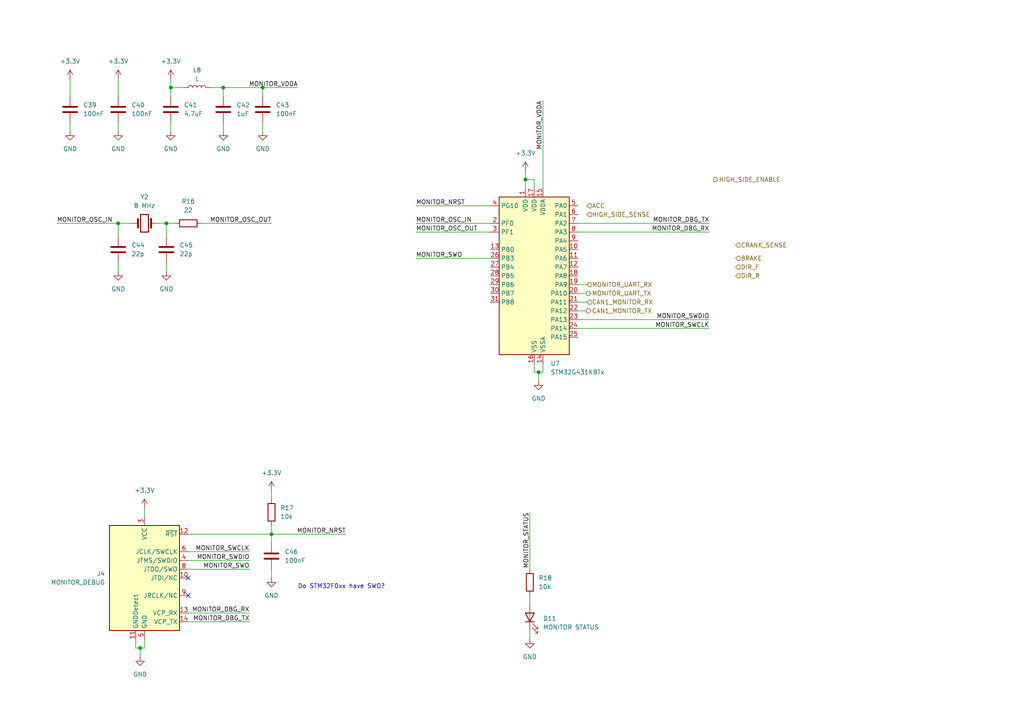
<source format=kicad_sch>
(kicad_sch (version 20231120) (generator "eeschema") (generator_version "8.0")
  (paper "A4")
  (lib_symbols
    (symbol "Connector:Conn_ST_STDC14"
      (property "Reference" "J" (at -8.89 16.51 0))
      (property "Value" "Conn_ST_STDC14" (at 17.78 16.51 0))
      (symbol "Conn_ST_STDC14_0_1"
        (rectangle (start -10.16 15.24) (end 10.16 -15.24) (stroke (width 0.254)) (fill (type background)))
      )
      (symbol "Conn_ST_STDC14_1_1"
        (pin no_connect line (at -10.16 5.08 0) (length 2.54) hide (name "NC") (number "1"))
        (pin output line (at 12.7 0 180) (length 2.54) (name "JTDI/NC") (number "10"))
        (pin passive line (at -2.54 -17.78 90) (length 2.54) (name "GNDDetect") (number "11"))
        (pin open_collector line (at 12.7 12.7 180) (length 2.54) (name "~{RST}") (number "12"))
        (pin output line (at 12.7 -10.16 180) (length 2.54) (name "VCP_RX") (number "13"))
        (pin input line (at 12.7 -12.7 180) (length 2.54) (name "VCP_TX") (number "14"))
        (pin no_connect line (at -10.16 2.54 0) (length 2.54) hide (name "NC") (number "2"))
        (pin power_in line (at 0 17.78 270) (length 2.54) (name "VCC") (number "3"))
        (pin bidirectional line (at 12.7 5.08 180) (length 2.54) (name "JTMS/SWDIO") (number "4"))
        (pin power_in line (at 0 -17.78 90) (length 2.54) (name "GND") (number "5"))
        (pin output line (at 12.7 7.62 180) (length 2.54) (name "JCLK/SWCLK") (number "6"))
        (pin passive line (at 0 -17.78 90) (length 2.54) hide (name "GND") (number "7"))
        (pin input line (at 12.7 2.54 180) (length 2.54) (name "JTDO/SWO") (number "8"))
        (pin input line (at 12.7 -5.08 180) (length 2.54) (name "JRCLK/NC") (number "9"))
      )
    )
    (symbol "Device:C" (pin_numbers hide) (pin_names (offset 0.254))
      (property "Reference" "C" (at 0.635 2.54 0))
      (property "Value" "C" (at 0.635 -2.54 0))
      (symbol "C_0_1"
        (polyline (pts (xy -2.032 -0.762) (xy 2.032 -0.762)) (stroke (width 0.508)))
        (polyline (pts (xy -2.032 0.762) (xy 2.032 0.762)) (stroke (width 0.508)))
      )
      (symbol "C_1_1"
        (pin passive line (at 0 3.81 270) (length 2.794) (name "~") (number "1"))
        (pin passive line (at 0 -3.81 90) (length 2.794) (name "~") (number "2"))
      )
    )
    (symbol "Device:Crystal" (pin_numbers hide) (pin_names (offset 1.016) hide)
      (property "Reference" "Y" (at 0 3.81 0))
      (property "Value" "Crystal" (at 0 -3.81 0))
      (symbol "Crystal_0_1"
        (rectangle (start -1.143 2.54) (end 1.143 -2.54) (stroke (width 0.3048)))
        (polyline (pts (xy -2.54 0) (xy -1.905 0)))
        (polyline (pts (xy -1.905 -1.27) (xy -1.905 1.27)) (stroke (width 0.508)))
        (polyline (pts (xy 1.905 -1.27) (xy 1.905 1.27)) (stroke (width 0.508)))
        (polyline (pts (xy 2.54 0) (xy 1.905 0)))
      )
      (symbol "Crystal_1_1"
        (pin passive line (at -3.81 0 0) (length 1.27) (name "1") (number "1"))
        (pin passive line (at 3.81 0 180) (length 1.27) (name "2") (number "2"))
      )
    )
    (symbol "Device:L" (pin_numbers hide) (pin_names (offset 1.016) hide)
      (property "Reference" "L" (at -1.27 0 90))
      (property "Value" "L" (at 1.905 0 90))
      (symbol "L_0_1"
        (arc (start 0 -2.54) (mid 0.6323 -1.905) (end 0 -1.27))
        (arc (start 0 -1.27) (mid 0.6323 -0.635) (end 0 0))
        (arc (start 0 0) (mid 0.6323 0.635) (end 0 1.27))
        (arc (start 0 1.27) (mid 0.6323 1.905) (end 0 2.54))
      )
      (symbol "L_1_1"
        (pin passive line (at 0 3.81 270) (length 1.27) (name "1") (number "1"))
        (pin passive line (at 0 -3.81 90) (length 1.27) (name "2") (number "2"))
      )
    )
    (symbol "Device:LED" (pin_numbers hide) (pin_names (offset 1.016) hide)
      (property "Reference" "D" (at 0 2.54 0))
      (property "Value" "LED" (at 0 -2.54 0))
      (symbol "LED_0_1"
        (polyline (pts (xy -1.27 -1.27) (xy -1.27 1.27)) (stroke (width 0.254)))
        (polyline (pts (xy -1.27 0) (xy 1.27 0)))
        (polyline (pts (xy 1.27 -1.27) (xy 1.27 1.27) (xy -1.27 0) (xy 1.27 -1.27)) (stroke (width 0.254)))
        (polyline (pts (xy -3.048 -0.762) (xy -4.572 -2.286) (xy -3.81 -2.286) (xy -4.572 -2.286) (xy -4.572 -1.524)))
        (polyline (pts (xy -1.778 -0.762) (xy -3.302 -2.286) (xy -2.54 -2.286) (xy -3.302 -2.286) (xy -3.302 -1.524)))
      )
      (symbol "LED_1_1"
        (pin passive line (at -3.81 0 0) (length 2.54) (name "K") (number "1"))
        (pin passive line (at 3.81 0 180) (length 2.54) (name "A") (number "2"))
      )
    )
    (symbol "Device:R" (pin_numbers hide) (pin_names (offset 0))
      (property "Reference" "R" (at 2.032 0 90))
      (property "Value" "R" (at 0 0 90))
      (symbol "R_0_1"
        (rectangle (start -1.016 -2.54) (end 1.016 2.54) (stroke (width 0.254)))
      )
      (symbol "R_1_1"
        (pin passive line (at 0 3.81 270) (length 1.27) (name "~") (number "1"))
        (pin passive line (at 0 -3.81 90) (length 1.27) (name "~") (number "2"))
      )
    )
    (symbol "MCU_ST_STM32G4:STM32G431KBTx"
      (property "Reference" "U" (at -10.16 24.13 0))
      (property "Value" "STM32G431KBTx" (at 5.08 24.13 0))
      (symbol "STM32G431KBTx_0_1"
        (rectangle (start -10.16 -22.86) (end 10.16 22.86) (stroke (width 0.254)) (fill (type background)))
      )
      (symbol "STM32G431KBTx_1_1"
        (pin power_in line (at -2.54 25.4 270) (length 2.54) (name "VDD") (number "1"))
        (pin bidirectional line (at 12.7 7.62 180) (length 2.54) (name "PA5") (number "10"))
        (pin bidirectional line (at 12.7 5.08 180) (length 2.54) (name "PA6") (number "11"))
        (pin bidirectional line (at 12.7 2.54 180) (length 2.54) (name "PA7") (number "12"))
        (pin bidirectional line (at -12.7 7.62 0) (length 2.54) (name "PB0") (number "13"))
        (pin power_in line (at 2.54 -25.4 90) (length 2.54) (name "VSSA") (number "14"))
        (pin power_in line (at 2.54 25.4 270) (length 2.54) (name "VDDA") (number "15"))
        (pin power_in line (at 0 -25.4 90) (length 2.54) (name "VSS") (number "16"))
        (pin power_in line (at 0 25.4 270) (length 2.54) (name "VDD") (number "17"))
        (pin bidirectional line (at 12.7 0 180) (length 2.54) (name "PA8") (number "18"))
        (pin bidirectional line (at 12.7 -2.54 180) (length 2.54) (name "PA9") (number "19"))
        (pin bidirectional line (at -12.7 15.24 0) (length 2.54) (name "PF0") (number "2"))
        (pin bidirectional line (at 12.7 -5.08 180) (length 2.54) (name "PA10") (number "20"))
        (pin bidirectional line (at 12.7 -7.62 180) (length 2.54) (name "PA11") (number "21"))
        (pin bidirectional line (at 12.7 -10.16 180) (length 2.54) (name "PA12") (number "22"))
        (pin bidirectional line (at 12.7 -12.7 180) (length 2.54) (name "PA13") (number "23"))
        (pin bidirectional line (at 12.7 -15.24 180) (length 2.54) (name "PA14") (number "24"))
        (pin bidirectional line (at 12.7 -17.78 180) (length 2.54) (name "PA15") (number "25"))
        (pin bidirectional line (at -12.7 5.08 0) (length 2.54) (name "PB3") (number "26"))
        (pin bidirectional line (at -12.7 2.54 0) (length 2.54) (name "PB4") (number "27"))
        (pin bidirectional line (at -12.7 0 0) (length 2.54) (name "PB5") (number "28"))
        (pin bidirectional line (at -12.7 -2.54 0) (length 2.54) (name "PB6") (number "29"))
        (pin bidirectional line (at -12.7 12.7 0) (length 2.54) (name "PF1") (number "3"))
        (pin bidirectional line (at -12.7 -5.08 0) (length 2.54) (name "PB7") (number "30"))
        (pin bidirectional line (at -12.7 -7.62 0) (length 2.54) (name "PB8") (number "31"))
        (pin passive line (at 0 -25.4 90) (length 2.54) hide (name "VSS") (number "32"))
        (pin bidirectional line (at -12.7 20.32 0) (length 2.54) (name "PG10") (number "4"))
        (pin bidirectional line (at 12.7 20.32 180) (length 2.54) (name "PA0") (number "5"))
        (pin bidirectional line (at 12.7 17.78 180) (length 2.54) (name "PA1") (number "6"))
        (pin bidirectional line (at 12.7 15.24 180) (length 2.54) (name "PA2") (number "7"))
        (pin bidirectional line (at 12.7 12.7 180) (length 2.54) (name "PA3") (number "8"))
        (pin bidirectional line (at 12.7 10.16 180) (length 2.54) (name "PA4") (number "9"))
      )
    )
    (symbol "power:+3.3V" (power) (pin_numbers hide) (pin_names (offset 0) hide)
      (property "Value" "+3.3V" (at 0 3.556 0))
      (symbol "+3.3V_0_1"
        (polyline (pts (xy -0.762 1.27) (xy 0 2.54)))
        (polyline (pts (xy 0 0) (xy 0 2.54)))
        (polyline (pts (xy 0 2.54) (xy 0.762 1.27)))
      )
      (symbol "+3.3V_1_1"
        (pin power_in line (at 0 0 90) (length 0) (name "~") (number "1"))
      )
    )
    (symbol "power:GND" (power) (pin_numbers hide) (pin_names (offset 0) hide)
      (property "Value" "GND" (at 0 -3.81 0))
      (symbol "GND_0_1"
        (polyline (pts (xy 0 0) (xy 0 -1.27) (xy 1.27 -1.27) (xy 0 -2.54) (xy -1.27 -1.27) (xy 0 -1.27)))
      )
      (symbol "GND_1_1"
        (pin power_in line (at 0 0 270) (length 0) (name "~") (number "1"))
      )
    )
  )
  (junction (at 49.53 25.4))
  (junction (at 40.64 187.96))
  (junction (at 78.74 154.94))
  (junction (at 64.77 25.4))
  (junction (at 76.2 25.4))
  (junction (at 48.26 64.77))
  (junction (at 152.4 52.07))
  (junction (at 156.21 107.95))
  (junction (at 34.29 64.77))
  (no_connect (at 54.61 167.64))
  (no_connect (at 54.61 172.72))
  (wire (pts (xy 54.61 177.8) (xy 72.39 177.8)))
  (wire (pts (xy 16.51 64.77) (xy 34.29 64.77)))
  (wire (pts (xy 167.64 82.55) (xy 170.18 82.55)))
  (wire (pts (xy 60.96 25.4) (xy 64.77 25.4)))
  (wire (pts (xy 167.64 92.71) (xy 205.74 92.71)))
  (wire (pts (xy 76.2 25.4) (xy 86.36 25.4)))
  (wire (pts (xy 167.64 90.17) (xy 170.18 90.17)))
  (wire (pts (xy 167.64 67.31) (xy 205.74 67.31)))
  (wire (pts (xy 156.21 107.95) (xy 157.48 107.95)))
  (wire (pts (xy 167.64 64.77) (xy 205.74 64.77)))
  (wire (pts (xy 120.65 59.69) (xy 142.24 59.69)))
  (wire (pts (xy 76.2 25.4) (xy 76.2 27.94)))
  (wire (pts (xy 54.61 154.94) (xy 78.74 154.94)))
  (wire (pts (xy 34.29 64.77) (xy 38.1 64.77)))
  (wire (pts (xy 54.61 165.1) (xy 72.39 165.1)))
  (wire (pts (xy 154.94 52.07) (xy 152.4 52.07)))
  (wire (pts (xy 154.94 54.61) (xy 154.94 52.07)))
  (wire (pts (xy 152.4 52.07) (xy 152.4 54.61)))
  (wire (pts (xy 167.64 95.25) (xy 205.74 95.25)))
  (wire (pts (xy 167.64 85.09) (xy 170.18 85.09)))
  (wire (pts (xy 49.53 35.56) (xy 49.53 38.1)))
  (wire (pts (xy 157.48 29.21) (xy 157.48 54.61)))
  (wire (pts (xy 76.2 35.56) (xy 76.2 38.1)))
  (wire (pts (xy 20.32 22.86) (xy 20.32 27.94)))
  (wire (pts (xy 78.74 142.24) (xy 78.74 144.78)))
  (wire (pts (xy 153.67 182.88) (xy 153.67 185.42)))
  (wire (pts (xy 154.94 107.95) (xy 156.21 107.95)))
  (wire (pts (xy 20.32 35.56) (xy 20.32 38.1)))
  (wire (pts (xy 78.74 152.4) (xy 78.74 154.94)))
  (wire (pts (xy 54.61 180.34) (xy 72.39 180.34)))
  (wire (pts (xy 154.94 105.41) (xy 154.94 107.95)))
  (wire (pts (xy 64.77 35.56) (xy 64.77 38.1)))
  (wire (pts (xy 54.61 160.02) (xy 72.39 160.02)))
  (wire (pts (xy 48.26 64.77) (xy 50.8 64.77)))
  (wire (pts (xy 48.26 76.2) (xy 48.26 78.74)))
  (wire (pts (xy 49.53 25.4) (xy 53.34 25.4)))
  (wire (pts (xy 156.21 107.95) (xy 156.21 110.49)))
  (wire (pts (xy 41.91 187.96) (xy 40.64 187.96)))
  (wire (pts (xy 34.29 64.77) (xy 34.29 68.58)))
  (wire (pts (xy 64.77 25.4) (xy 64.77 27.94)))
  (wire (pts (xy 152.4 49.53) (xy 152.4 52.07)))
  (wire (pts (xy 153.67 148.59) (xy 153.67 165.1)))
  (wire (pts (xy 58.42 64.77) (xy 78.74 64.77)))
  (wire (pts (xy 49.53 25.4) (xy 49.53 27.94)))
  (wire (pts (xy 54.61 162.56) (xy 72.39 162.56)))
  (wire (pts (xy 120.65 64.77) (xy 142.24 64.77)))
  (wire (pts (xy 39.37 187.96) (xy 40.64 187.96)))
  (wire (pts (xy 78.74 165.1) (xy 78.74 167.64)))
  (wire (pts (xy 78.74 154.94) (xy 78.74 157.48)))
  (wire (pts (xy 39.37 185.42) (xy 39.37 187.96)))
  (wire (pts (xy 41.91 185.42) (xy 41.91 187.96)))
  (wire (pts (xy 34.29 76.2) (xy 34.29 78.74)))
  (wire (pts (xy 41.91 147.32) (xy 41.91 149.86)))
  (wire (pts (xy 34.29 35.56) (xy 34.29 38.1)))
  (wire (pts (xy 49.53 22.86) (xy 49.53 25.4)))
  (wire (pts (xy 78.74 154.94) (xy 100.33 154.94)))
  (wire (pts (xy 64.77 25.4) (xy 76.2 25.4)))
  (wire (pts (xy 120.65 67.31) (xy 142.24 67.31)))
  (wire (pts (xy 167.64 87.63) (xy 170.18 87.63)))
  (wire (pts (xy 45.72 64.77) (xy 48.26 64.77)))
  (wire (pts (xy 153.67 172.72) (xy 153.67 175.26)))
  (wire (pts (xy 120.65 74.93) (xy 142.24 74.93)))
  (wire (pts (xy 34.29 22.86) (xy 34.29 27.94)))
  (wire (pts (xy 157.48 107.95) (xy 157.48 105.41)))
  (wire (pts (xy 40.64 187.96) (xy 40.64 190.5)))
  (wire (pts (xy 48.26 64.77) (xy 48.26 68.58)))
  (text "Do STM32F0xx have SWO?" (at 86.36 170.18 0) (effects (font (size 1.27 1.27)) (justify left)))
  (label "MONITOR_DBG_RX" (at 72.39 177.8 180))
  (label "MONITOR_SWO" (at 120.65 74.93 0))
  (label "MONITOR_OSC_OUT" (at 120.65 67.31 0))
  (label "MONITOR_OSC_IN" (at 120.65 64.77 0))
  (label "MONITOR_STATUS" (at 153.67 148.59 270))
  (label "MONITOR_SWDIO" (at 72.39 162.56 180))
  (label "MONITOR_OSC_IN" (at 16.51 64.77 0))
  (label "MONITOR_DBG_TX" (at 72.39 180.34 180))
  (label "MONITOR_DBG_RX" (at 205.74 67.31 180))
  (label "MONITOR_VDDA" (at 157.48 29.21 270))
  (label "MONITOR_SWO" (at 72.39 165.1 180))
  (label "MONITOR_SWDIO" (at 205.74 92.71 180))
  (label "MONITOR_SWCLK" (at 72.39 160.02 180))
  (label "MONITOR_VDDA" (at 86.36 25.4 180))
  (label "MONITOR_SWCLK" (at 205.74 95.25 180))
  (label "MONITOR_DBG_TX" (at 205.74 64.77 180))
  (label "MONITOR_NRST" (at 120.65 59.69 0))
  (label "MONITOR_NRST" (at 100.33 154.94 180))
  (label "MONITOR_OSC_OUT" (at 78.74 64.77 180))
  (hierarchical_label "CAN1_MONITOR_TX" (shape output) (at 170.18 90.17 0))
  (hierarchical_label "MONITOR_UART_TX" (shape output) (at 170.18 85.09 0))
  (hierarchical_label "DIR_F" (shape input) (at 213.36 77.47 0))
  (hierarchical_label "ACC" (shape input) (at 170.18 59.69 0))
  (hierarchical_label "HIGH_SIDE_SENSE" (shape input) (at 170.18 62.23 0))
  (hierarchical_label "BRAKE" (shape input) (at 213.36 74.93 0))
  (hierarchical_label "HIGH_SIDE_ENABLE" (shape output) (at 207.01 52.07 0))
  (hierarchical_label "MONITOR_UART_RX" (shape input) (at 170.18 82.55 0))
  (hierarchical_label "DIR_R" (shape input) (at 213.36 80.01 0))
  (hierarchical_label "CAN1_MONITOR_RX" (shape input) (at 170.18 87.63 0))
  (hierarchical_label "CRANK_SENSE" (shape input) (at 213.36 71.12 0))
  (symbol (lib_id "MCU_ST_STM32G4:STM32G431KBTx") (at 154.94 80.01 0) (unit 1)
    (property "Reference" "U7" (at 159.6741 105.41 0) (effects (justify left)))
    (property "Value" "STM32G431KBTx" (at 159.6741 107.95 0) (effects (justify left)))
    (property "Footprint" "Package_QFP:LQFP-32_7x7mm_P0.8mm" (effects (hide yes)))
    (property "Datasheet" "https://www.st.com/resource/en/datasheet/stm32g431kb.pdf" (effects (hide yes)))
    (property "Description" "STMicroelectronics Arm Cortex-M4 MCU, 128KB flash, 32KB RAM, 170 MHz, 1.71-3.6V, 26 GPIO, LQFP32" (effects (hide yes)))
  )
  (symbol (lib_id "Device:C") (at 49.53 31.75 0) (unit 1)
    (property "Reference" "C41" (at 53.34 30.4799 0) (effects (justify left)))
    (property "Value" "4.7uF" (at 53.34 33.0199 0) (effects (justify left)))
    (property "Footprint" "Capacitor_SMD:C_0805_2012Metric" (effects (hide yes)))
    (property "Description" "Unpolarized capacitor" (effects (hide yes)))
  )
  (symbol (lib_id "power:GND") (at 64.77 38.1 0) (unit 1)
    (property "Reference" "#PWR099" (effects (hide yes)))
    (property "Value" "GND" (at 64.77 43.18 0))
    (property "Description" "Power symbol creates a global label with name \"GND\" , ground" (effects (hide yes)))
  )
  (symbol (lib_id "power:GND") (at 40.64 190.5 0) (unit 1)
    (property "Reference" "#PWR0109" (effects (hide yes)))
    (property "Value" "GND" (at 40.64 195.58 0))
    (property "Description" "Power symbol creates a global label with name \"GND\" , ground" (effects (hide yes)))
  )
  (symbol (lib_id "Device:Crystal") (at 41.91 64.77 0) (unit 1)
    (property "Reference" "Y2" (at 41.91 57.15 0))
    (property "Value" "8 MHz" (at 41.91 59.69 0))
    (property "Footprint" "aphid:ABM3-x.xxxMHZ-D2Y-T" (effects (hide yes)))
    (property "Description" "Two pin crystal" (effects (hide yes)))
  )
  (symbol (lib_id "Device:C") (at 20.32 31.75 0) (unit 1)
    (property "Reference" "C39" (at 24.13 30.4799 0) (effects (justify left)))
    (property "Value" "100nF" (at 24.13 33.0199 0) (effects (justify left)))
    (property "Footprint" "Capacitor_SMD:C_0603_1608Metric" (effects (hide yes)))
    (property "Description" "Unpolarized capacitor" (effects (hide yes)))
  )
  (symbol (lib_id "Device:C") (at 78.74 161.29 0) (unit 1)
    (property "Reference" "C46" (at 82.55 160.0199 0) (effects (justify left)))
    (property "Value" "100nF" (at 82.55 162.5599 0) (effects (justify left)))
    (property "Footprint" "Capacitor_SMD:C_0603_1608Metric" (effects (hide yes)))
    (property "Description" "Unpolarized capacitor" (effects (hide yes)))
  )
  (symbol (lib_id "Device:R") (at 54.61 64.77 90) (unit 1)
    (property "Reference" "R16" (at 54.61 58.42 90))
    (property "Value" "22" (at 54.61 60.96 90))
    (property "Footprint" "Resistor_SMD:R_0603_1608Metric" (effects (hide yes)))
    (property "Description" "Resistor" (effects (hide yes)))
  )
  (symbol (lib_id "power:+3.3V") (at 49.53 22.86 0) (unit 1)
    (property "Reference" "#PWR095" (effects (hide yes)))
    (property "Value" "+3.3V" (at 49.53 17.78 0))
    (property "Description" "Power symbol creates a global label with name \"+3.3V\"" (effects (hide yes)))
  )
  (symbol (lib_id "Connector:Conn_ST_STDC14") (at 41.91 167.64 0) (unit 1)
    (property "Reference" "J4" (at 30.48 166.3699 0) (effects (justify right)))
    (property "Value" "MONITOR_DEBUG" (at 30.48 168.9099 0) (effects (justify right)))
    (property "Footprint" "Connector_PinHeader_1.27mm:PinHeader_2x07_P1.27mm_Vertical_SMD" (effects (hide yes)))
    (property "Datasheet" "https://www.st.com/content/ccc/resource/technical/document/user_manual/group1/99/49/91/b6/b2/3a/46/e5/DM00526767/files/DM00526767.pdf/jcr:content/translations/en.DM00526767.pdf" (effects (hide yes)))
    (property "Description" "ST Debug Connector, standard ARM Cortex-M SWD and JTAG interface plus UART" (effects (hide yes)))
  )
  (symbol (lib_id "power:+3.3V") (at 78.74 142.24 0) (unit 1)
    (property "Reference" "#PWR0105" (effects (hide yes)))
    (property "Value" "+3.3V" (at 78.74 137.16 0))
    (property "Description" "Power symbol creates a global label with name \"+3.3V\"" (effects (hide yes)))
  )
  (symbol (lib_id "Device:C") (at 76.2 31.75 0) (unit 1)
    (property "Reference" "C43" (at 80.01 30.4799 0) (effects (justify left)))
    (property "Value" "100nF" (at 80.01 33.0199 0) (effects (justify left)))
    (property "Footprint" "Capacitor_SMD:C_0603_1608Metric" (effects (hide yes)))
    (property "Description" "Unpolarized capacitor" (effects (hide yes)))
  )
  (symbol (lib_id "Device:C") (at 64.77 31.75 0) (unit 1)
    (property "Reference" "C42" (at 68.58 30.4799 0) (effects (justify left)))
    (property "Value" "1uF" (at 68.58 33.0199 0) (effects (justify left)))
    (property "Footprint" "Capacitor_SMD:C_0603_1608Metric" (effects (hide yes)))
    (property "Description" "Unpolarized capacitor" (effects (hide yes)))
  )
  (symbol (lib_id "power:GND") (at 34.29 78.74 0) (unit 1)
    (property "Reference" "#PWR0102" (effects (hide yes)))
    (property "Value" "GND" (at 34.29 83.82 0))
    (property "Description" "Power symbol creates a global label with name \"GND\" , ground" (effects (hide yes)))
  )
  (symbol (lib_id "Device:R") (at 153.67 168.91 180) (unit 1)
    (property "Reference" "R18" (at 156.21 167.6399 0) (effects (justify right)))
    (property "Value" "10k" (at 156.21 170.1799 0) (effects (justify right)))
    (property "Footprint" "Resistor_SMD:R_0603_1608Metric" (effects (hide yes)))
    (property "Description" "Resistor" (effects (hide yes)))
  )
  (symbol (lib_id "power:+3.3V") (at 34.29 22.86 0) (unit 1)
    (property "Reference" "#PWR094" (effects (hide yes)))
    (property "Value" "+3.3V" (at 34.29 17.78 0))
    (property "Description" "Power symbol creates a global label with name \"+3.3V\"" (effects (hide yes)))
  )
  (symbol (lib_id "Device:C") (at 48.26 72.39 0) (unit 1)
    (property "Reference" "C45" (at 52.07 71.1199 0) (effects (justify left)))
    (property "Value" "22p" (at 52.07 73.6599 0) (effects (justify left)))
    (property "Footprint" "Capacitor_SMD:C_0603_1608Metric" (effects (hide yes)))
    (property "Description" "Unpolarized capacitor" (effects (hide yes)))
  )
  (symbol (lib_id "power:GND") (at 49.53 38.1 0) (unit 1)
    (property "Reference" "#PWR098" (effects (hide yes)))
    (property "Value" "GND" (at 49.53 43.18 0))
    (property "Description" "Power symbol creates a global label with name \"GND\" , ground" (effects (hide yes)))
  )
  (symbol (lib_id "power:GND") (at 78.74 167.64 0) (unit 1)
    (property "Reference" "#PWR0107" (effects (hide yes)))
    (property "Value" "GND" (at 78.74 172.72 0))
    (property "Description" "Power symbol creates a global label with name \"GND\" , ground" (effects (hide yes)))
  )
  (symbol (lib_id "Device:LED") (at 153.67 179.07 90) (unit 1)
    (property "Reference" "D11" (at 157.48 179.3874 90) (effects (justify right)))
    (property "Value" "MONITOR STATUS" (at 157.48 181.9274 90) (effects (justify right)))
    (property "Footprint" "LED_SMD:LED_0603_1608Metric" (effects (hide yes)))
    (property "Description" "Light emitting diode" (effects (hide yes)))
  )
  (symbol (lib_id "power:GND") (at 48.26 78.74 0) (unit 1)
    (property "Reference" "#PWR0103" (effects (hide yes)))
    (property "Value" "GND" (at 48.26 83.82 0))
    (property "Description" "Power symbol creates a global label with name \"GND\" , ground" (effects (hide yes)))
  )
  (symbol (lib_id "Device:C") (at 34.29 72.39 0) (unit 1)
    (property "Reference" "C44" (at 38.1 71.1199 0) (effects (justify left)))
    (property "Value" "22p" (at 38.1 73.6599 0) (effects (justify left)))
    (property "Footprint" "Capacitor_SMD:C_0603_1608Metric" (effects (hide yes)))
    (property "Description" "Unpolarized capacitor" (effects (hide yes)))
  )
  (symbol (lib_id "power:GND") (at 20.32 38.1 0) (unit 1)
    (property "Reference" "#PWR096" (effects (hide yes)))
    (property "Value" "GND" (at 20.32 43.18 0))
    (property "Description" "Power symbol creates a global label with name \"GND\" , ground" (effects (hide yes)))
  )
  (symbol (lib_id "power:GND") (at 76.2 38.1 0) (unit 1)
    (property "Reference" "#PWR0100" (effects (hide yes)))
    (property "Value" "GND" (at 76.2 43.18 0))
    (property "Description" "Power symbol creates a global label with name \"GND\" , ground" (effects (hide yes)))
  )
  (symbol (lib_id "Device:C") (at 34.29 31.75 0) (unit 1)
    (property "Reference" "C40" (at 38.1 30.4799 0) (effects (justify left)))
    (property "Value" "100nF" (at 38.1 33.0199 0) (effects (justify left)))
    (property "Footprint" "Capacitor_SMD:C_0603_1608Metric" (effects (hide yes)))
    (property "Description" "Unpolarized capacitor" (effects (hide yes)))
  )
  (symbol (lib_id "power:GND") (at 34.29 38.1 0) (unit 1)
    (property "Reference" "#PWR097" (effects (hide yes)))
    (property "Value" "GND" (at 34.29 43.18 0))
    (property "Description" "Power symbol creates a global label with name \"GND\" , ground" (effects (hide yes)))
  )
  (symbol (lib_id "power:+3.3V") (at 20.32 22.86 0) (unit 1)
    (property "Reference" "#PWR093" (effects (hide yes)))
    (property "Value" "+3.3V" (at 20.32 17.78 0))
    (property "Description" "Power symbol creates a global label with name \"+3.3V\"" (effects (hide yes)))
  )
  (symbol (lib_id "power:+3.3V") (at 41.91 147.32 0) (unit 1)
    (property "Reference" "#PWR0106" (effects (hide yes)))
    (property "Value" "+3.3V" (at 41.91 142.24 0))
    (property "Description" "Power symbol creates a global label with name \"+3.3V\"" (effects (hide yes)))
  )
  (symbol (lib_id "power:GND") (at 153.67 185.42 0) (unit 1)
    (property "Reference" "#PWR0108" (effects (hide yes)))
    (property "Value" "GND" (at 153.67 190.5 0))
    (property "Description" "Power symbol creates a global label with name \"GND\" , ground" (effects (hide yes)))
  )
  (symbol (lib_id "power:GND") (at 156.21 110.49 0) (unit 1)
    (property "Reference" "#PWR0104" (effects (hide yes)))
    (property "Value" "GND" (at 156.21 115.57 0))
    (property "Description" "Power symbol creates a global label with name \"GND\" , ground" (effects (hide yes)))
  )
  (symbol (lib_id "Device:R") (at 78.74 148.59 180) (unit 1)
    (property "Reference" "R17" (at 81.28 147.3199 0) (effects (justify right)))
    (property "Value" "10k" (at 81.28 149.8599 0) (effects (justify right)))
    (property "Footprint" "Resistor_SMD:R_0603_1608Metric" (effects (hide yes)))
    (property "Description" "Resistor" (effects (hide yes)))
  )
  (symbol (lib_id "power:+3.3V") (at 152.4 49.53 0) (unit 1)
    (property "Reference" "#PWR0101" (effects (hide yes)))
    (property "Value" "+3.3V" (at 152.4 44.45 0))
    (property "Description" "Power symbol creates a global label with name \"+3.3V\"" (effects (hide yes)))
  )
  (symbol (lib_id "Device:L") (at 57.15 25.4 90) (unit 1)
    (property "Reference" "L8" (at 57.15 20.32 90))
    (property "Value" "L" (at 57.15 22.86 90))
    (property "Footprint" "Inductor_SMD:L_0805_2012Metric" (effects (hide yes)))
    (property "Description" "Inductor" (effects (hide yes)))
  )
)
</source>
